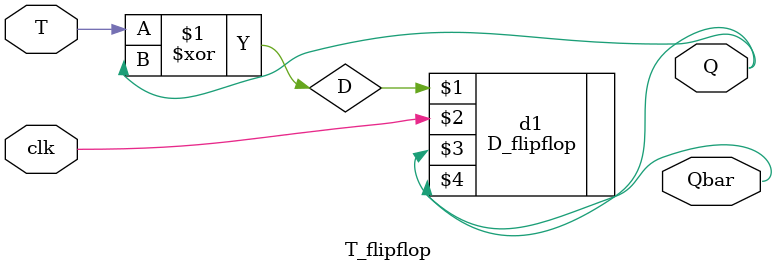
<source format=v>

module T_flipflop(T, clk, Q, Qbar);
    input T;
    input clk;
    output Q;
    output Qbar;
    wire D;
    wire Q;
    xor x1(D, T, Q);
    D_flipflop d1(D, clk, Q, Qbar);
endmodule

</source>
